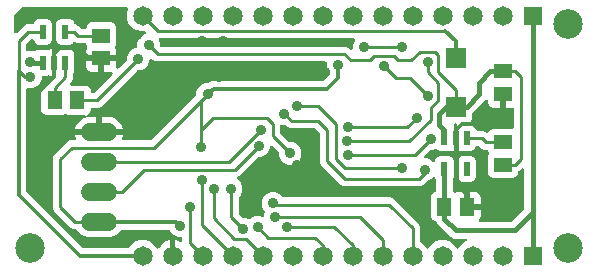
<source format=gbr>
G04 EAGLE Gerber RS-274X export*
G75*
%MOMM*%
%FSLAX34Y34*%
%LPD*%
%INBottom Copper*%
%IPPOS*%
%AMOC8*
5,1,8,0,0,1.08239X$1,22.5*%
G01*
%ADD10C,1.524000*%
%ADD11R,1.650000X1.650000*%
%ADD12C,1.650000*%
%ADD13R,0.550000X1.200000*%
%ADD14R,1.300000X1.500000*%
%ADD15R,1.500000X1.300000*%
%ADD16R,1.700000X1.800000*%
%ADD17C,0.406400*%
%ADD18C,0.900000*%
%ADD19C,0.250000*%
%ADD20C,0.304800*%
%ADD21C,2.500000*%

G36*
X141675Y13417D02*
X141675Y13417D01*
X141800Y13426D01*
X141831Y13437D01*
X141863Y13441D01*
X141980Y13487D01*
X142099Y13528D01*
X142126Y13546D01*
X142156Y13558D01*
X142257Y13632D01*
X142363Y13701D01*
X142384Y13725D01*
X142410Y13744D01*
X142490Y13842D01*
X142574Y13935D01*
X142589Y13964D01*
X142610Y13989D01*
X142662Y14103D01*
X142721Y14215D01*
X142725Y14240D01*
X142742Y14275D01*
X142798Y14586D01*
X142795Y14625D01*
X142799Y14650D01*
X142799Y26501D01*
X143422Y26402D01*
X145417Y25754D01*
X146933Y24982D01*
X147031Y24947D01*
X147125Y24903D01*
X147179Y24894D01*
X147230Y24875D01*
X147334Y24866D01*
X147436Y24847D01*
X147490Y24851D01*
X147544Y24846D01*
X147647Y24863D01*
X147750Y24871D01*
X147802Y24888D01*
X147855Y24897D01*
X147950Y24939D01*
X148049Y24973D01*
X148095Y25003D01*
X148144Y25024D01*
X148226Y25089D01*
X148313Y25146D01*
X148349Y25186D01*
X148392Y25220D01*
X148455Y25303D01*
X148524Y25380D01*
X148550Y25428D01*
X148582Y25471D01*
X148623Y25567D01*
X148671Y25659D01*
X148678Y25700D01*
X148704Y25762D01*
X148749Y26075D01*
X148748Y26087D01*
X148749Y26095D01*
X148749Y28000D01*
X148733Y28125D01*
X148724Y28250D01*
X148713Y28281D01*
X148709Y28313D01*
X148663Y28430D01*
X148622Y28549D01*
X148604Y28576D01*
X148592Y28606D01*
X148518Y28707D01*
X148449Y28813D01*
X148425Y28834D01*
X148406Y28860D01*
X148308Y28940D01*
X148215Y29024D01*
X148186Y29039D01*
X148161Y29060D01*
X148047Y29113D01*
X147936Y29171D01*
X147910Y29175D01*
X147875Y29192D01*
X147564Y29248D01*
X147525Y29245D01*
X147500Y29249D01*
X144860Y29249D01*
X141368Y30696D01*
X138696Y33368D01*
X138184Y34604D01*
X138164Y34638D01*
X138152Y34675D01*
X138086Y34775D01*
X138027Y34878D01*
X138000Y34906D01*
X137978Y34939D01*
X137890Y35019D01*
X137807Y35104D01*
X137774Y35124D01*
X137745Y35150D01*
X137639Y35206D01*
X137537Y35268D01*
X137500Y35279D01*
X137465Y35297D01*
X137401Y35308D01*
X137235Y35358D01*
X137094Y35364D01*
X137030Y35375D01*
X97513Y35375D01*
X97474Y35370D01*
X97435Y35373D01*
X97318Y35350D01*
X97200Y35335D01*
X97163Y35321D01*
X97125Y35313D01*
X97017Y35263D01*
X96907Y35218D01*
X96875Y35195D01*
X96840Y35178D01*
X96748Y35102D01*
X96652Y35032D01*
X96627Y35001D01*
X96597Y34976D01*
X96562Y34921D01*
X96453Y34787D01*
X96450Y34782D01*
X92869Y31201D01*
X88230Y29279D01*
X67970Y29279D01*
X63331Y31201D01*
X59781Y34751D01*
X59728Y34878D01*
X59709Y34912D01*
X59696Y34949D01*
X59631Y35049D01*
X59571Y35152D01*
X59544Y35180D01*
X59523Y35213D01*
X59434Y35293D01*
X59351Y35378D01*
X59318Y35398D01*
X59289Y35424D01*
X59183Y35480D01*
X59081Y35541D01*
X59044Y35553D01*
X59009Y35571D01*
X58945Y35582D01*
X58779Y35632D01*
X58638Y35638D01*
X58574Y35649D01*
X56857Y35649D01*
X54559Y36601D01*
X39701Y51459D01*
X38749Y53757D01*
X38749Y96243D01*
X39701Y98541D01*
X51459Y110299D01*
X53757Y111251D01*
X57677Y111251D01*
X57780Y111264D01*
X57884Y111268D01*
X57936Y111284D01*
X57990Y111291D01*
X58087Y111329D01*
X58186Y111359D01*
X58232Y111387D01*
X58283Y111408D01*
X58367Y111469D01*
X58456Y111523D01*
X58493Y111562D01*
X58537Y111594D01*
X58603Y111675D01*
X58676Y111749D01*
X58702Y111797D01*
X58737Y111839D01*
X58780Y111933D01*
X58832Y112024D01*
X58846Y112076D01*
X58869Y112125D01*
X58887Y112228D01*
X58914Y112328D01*
X58915Y112382D01*
X58925Y112436D01*
X58917Y112539D01*
X58918Y112644D01*
X58906Y112683D01*
X58901Y112750D01*
X58799Y113049D01*
X58792Y113059D01*
X58790Y113067D01*
X58710Y113225D01*
X58092Y115126D01*
X58017Y115601D01*
X76850Y115601D01*
X76975Y115617D01*
X77100Y115626D01*
X77131Y115637D01*
X77163Y115641D01*
X77280Y115687D01*
X77399Y115728D01*
X77426Y115746D01*
X77456Y115758D01*
X77557Y115832D01*
X77663Y115901D01*
X77684Y115925D01*
X77710Y115944D01*
X77790Y116042D01*
X77874Y116135D01*
X77889Y116164D01*
X77910Y116189D01*
X77962Y116303D01*
X78021Y116415D01*
X78025Y116440D01*
X78042Y116475D01*
X78097Y116786D01*
X78095Y116825D01*
X78099Y116850D01*
X78099Y118101D01*
X78101Y118101D01*
X78101Y116850D01*
X78117Y116725D01*
X78126Y116600D01*
X78137Y116569D01*
X78141Y116537D01*
X78187Y116420D01*
X78228Y116301D01*
X78246Y116274D01*
X78258Y116244D01*
X78332Y116143D01*
X78401Y116037D01*
X78425Y116016D01*
X78444Y115990D01*
X78542Y115910D01*
X78635Y115826D01*
X78664Y115811D01*
X78689Y115790D01*
X78803Y115737D01*
X78915Y115679D01*
X78940Y115675D01*
X78975Y115658D01*
X79286Y115602D01*
X79325Y115605D01*
X79350Y115601D01*
X98183Y115601D01*
X98108Y115126D01*
X97490Y113225D01*
X97410Y113067D01*
X97375Y112969D01*
X97331Y112875D01*
X97322Y112821D01*
X97303Y112770D01*
X97294Y112667D01*
X97275Y112564D01*
X97280Y112510D01*
X97275Y112456D01*
X97291Y112353D01*
X97299Y112250D01*
X97317Y112198D01*
X97325Y112145D01*
X97367Y112050D01*
X97401Y111951D01*
X97431Y111906D01*
X97453Y111856D01*
X97517Y111774D01*
X97574Y111687D01*
X97615Y111651D01*
X97648Y111608D01*
X97731Y111545D01*
X97808Y111476D01*
X97856Y111450D01*
X97899Y111418D01*
X97995Y111377D01*
X98088Y111329D01*
X98129Y111322D01*
X98190Y111296D01*
X98503Y111251D01*
X98515Y111252D01*
X98523Y111251D01*
X121893Y111251D01*
X122002Y111265D01*
X122112Y111270D01*
X122158Y111284D01*
X122206Y111291D01*
X122308Y111331D01*
X122413Y111364D01*
X122444Y111386D01*
X122499Y111408D01*
X122754Y111594D01*
X122766Y111609D01*
X122777Y111617D01*
X158692Y147531D01*
X158692Y147532D01*
X160133Y148973D01*
X160201Y149060D01*
X160274Y149142D01*
X160297Y149184D01*
X160327Y149223D01*
X160370Y149324D01*
X160421Y149421D01*
X160428Y149458D01*
X160451Y149513D01*
X160499Y149824D01*
X160497Y149844D01*
X160499Y149857D01*
X160499Y151890D01*
X161946Y155382D01*
X164618Y158054D01*
X168110Y159501D01*
X169756Y159501D01*
X169865Y159515D01*
X169975Y159520D01*
X170021Y159534D01*
X170069Y159541D01*
X170171Y159581D01*
X170276Y159614D01*
X170307Y159636D01*
X170362Y159658D01*
X170616Y159844D01*
X170628Y159859D01*
X170639Y159867D01*
X171304Y160531D01*
X173702Y161525D01*
X268080Y161525D01*
X268189Y161539D01*
X268299Y161544D01*
X268345Y161558D01*
X268393Y161565D01*
X268495Y161605D01*
X268600Y161638D01*
X268631Y161660D01*
X268686Y161682D01*
X268940Y161868D01*
X268952Y161883D01*
X268963Y161891D01*
X273409Y166337D01*
X273477Y166423D01*
X273550Y166505D01*
X273573Y166548D01*
X273603Y166586D01*
X273646Y166687D01*
X273697Y166785D01*
X273704Y166821D01*
X273727Y166876D01*
X273775Y167188D01*
X273773Y167207D01*
X273775Y167220D01*
X273775Y167821D01*
X273761Y167930D01*
X273756Y168040D01*
X273742Y168086D01*
X273735Y168134D01*
X273695Y168236D01*
X273662Y168341D01*
X273640Y168372D01*
X273618Y168427D01*
X273432Y168682D01*
X273417Y168694D01*
X273409Y168705D01*
X272246Y169868D01*
X270799Y173360D01*
X270799Y176650D01*
X270783Y176775D01*
X270774Y176900D01*
X270763Y176931D01*
X270759Y176963D01*
X270713Y177080D01*
X270672Y177199D01*
X270654Y177226D01*
X270642Y177256D01*
X270568Y177357D01*
X270499Y177463D01*
X270475Y177484D01*
X270456Y177510D01*
X270358Y177590D01*
X270265Y177674D01*
X270236Y177689D01*
X270211Y177710D01*
X270097Y177763D01*
X269986Y177821D01*
X269960Y177825D01*
X269925Y177842D01*
X269614Y177898D01*
X269575Y177895D01*
X269550Y177899D01*
X126357Y177899D01*
X124059Y178851D01*
X122883Y180027D01*
X122771Y180113D01*
X122661Y180203D01*
X122647Y180210D01*
X122634Y180220D01*
X122504Y180276D01*
X122375Y180335D01*
X122359Y180338D01*
X122344Y180344D01*
X122203Y180366D01*
X122064Y180391D01*
X122048Y180390D01*
X122032Y180392D01*
X121891Y180378D01*
X121750Y180367D01*
X121734Y180362D01*
X121718Y180361D01*
X121586Y180311D01*
X121451Y180266D01*
X121437Y180257D01*
X121422Y180251D01*
X121307Y180171D01*
X121187Y180092D01*
X121176Y180080D01*
X121163Y180071D01*
X121071Y179964D01*
X120976Y179858D01*
X120968Y179844D01*
X120958Y179832D01*
X120895Y179704D01*
X120829Y179579D01*
X120827Y179566D01*
X120818Y179549D01*
X120754Y179240D01*
X120757Y179180D01*
X120751Y179143D01*
X120751Y178110D01*
X119304Y174618D01*
X116632Y171946D01*
X113140Y170499D01*
X111107Y170499D01*
X110998Y170485D01*
X110888Y170480D01*
X110842Y170466D01*
X110794Y170459D01*
X110692Y170419D01*
X110587Y170386D01*
X110556Y170364D01*
X110501Y170342D01*
X110246Y170156D01*
X110234Y170141D01*
X110223Y170133D01*
X79791Y139701D01*
X77493Y138749D01*
X72250Y138749D01*
X72125Y138733D01*
X72000Y138724D01*
X71969Y138713D01*
X71937Y138709D01*
X71820Y138663D01*
X71701Y138622D01*
X71674Y138604D01*
X71644Y138592D01*
X71543Y138518D01*
X71437Y138449D01*
X71416Y138425D01*
X71390Y138406D01*
X71310Y138308D01*
X71226Y138215D01*
X71211Y138186D01*
X71190Y138161D01*
X71137Y138047D01*
X71079Y137936D01*
X71075Y137910D01*
X71058Y137875D01*
X71002Y137564D01*
X71005Y137525D01*
X71001Y137500D01*
X71001Y136505D01*
X70239Y134667D01*
X68833Y133261D01*
X68568Y133151D01*
X68558Y133145D01*
X68547Y133142D01*
X68421Y133067D01*
X68294Y132994D01*
X68286Y132987D01*
X68276Y132981D01*
X68173Y132877D01*
X68068Y132774D01*
X68062Y132765D01*
X68054Y132757D01*
X67980Y132629D01*
X67904Y132504D01*
X67901Y132494D01*
X67896Y132484D01*
X67856Y132342D01*
X67814Y132202D01*
X67813Y132191D01*
X67810Y132180D01*
X67807Y132033D01*
X67801Y131887D01*
X67804Y131876D01*
X67804Y131865D01*
X67837Y131722D01*
X67869Y131579D01*
X67874Y131569D01*
X67876Y131558D01*
X67944Y131429D01*
X68011Y131297D01*
X68018Y131289D01*
X68023Y131279D01*
X68122Y131171D01*
X68219Y131060D01*
X68228Y131054D01*
X68236Y131046D01*
X68359Y130965D01*
X68480Y130883D01*
X68491Y130879D01*
X68500Y130873D01*
X68639Y130826D01*
X68777Y130777D01*
X68788Y130776D01*
X68799Y130772D01*
X68837Y130771D01*
X69092Y130748D01*
X69166Y130764D01*
X69241Y130763D01*
X69480Y130801D01*
X75601Y130801D01*
X75601Y120599D01*
X58017Y120599D01*
X58092Y121074D01*
X58710Y122975D01*
X59617Y124757D01*
X60792Y126374D01*
X62206Y127788D01*
X63823Y128963D01*
X65605Y129870D01*
X66195Y130062D01*
X66303Y130113D01*
X66415Y130158D01*
X66445Y130180D01*
X66480Y130196D01*
X66572Y130273D01*
X66669Y130344D01*
X66693Y130374D01*
X66722Y130398D01*
X66792Y130496D01*
X66868Y130589D01*
X66884Y130623D01*
X66907Y130654D01*
X66950Y130766D01*
X67000Y130875D01*
X67007Y130913D01*
X67021Y130949D01*
X67035Y131068D01*
X67056Y131186D01*
X67053Y131224D01*
X67058Y131262D01*
X67041Y131381D01*
X67032Y131500D01*
X67020Y131537D01*
X67015Y131574D01*
X66969Y131685D01*
X66931Y131799D01*
X66910Y131831D01*
X66895Y131866D01*
X66823Y131962D01*
X66757Y132063D01*
X66729Y132088D01*
X66706Y132119D01*
X66613Y132194D01*
X66524Y132274D01*
X66490Y132292D01*
X66460Y132316D01*
X66350Y132365D01*
X66244Y132421D01*
X66214Y132426D01*
X66172Y132445D01*
X65861Y132498D01*
X65835Y132495D01*
X65809Y132499D01*
X52005Y132499D01*
X50478Y133132D01*
X50372Y133161D01*
X50269Y133198D01*
X50220Y133202D01*
X50174Y133215D01*
X50064Y133216D01*
X49954Y133226D01*
X49918Y133218D01*
X49858Y133219D01*
X49552Y133144D01*
X49535Y133135D01*
X49522Y133132D01*
X47995Y132499D01*
X33005Y132499D01*
X31167Y133261D01*
X29761Y134667D01*
X28999Y136505D01*
X28999Y153495D01*
X29761Y155333D01*
X31167Y156739D01*
X33005Y157501D01*
X33728Y157501D01*
X33767Y157506D01*
X33806Y157503D01*
X33923Y157526D01*
X34041Y157541D01*
X34078Y157555D01*
X34116Y157562D01*
X34223Y157613D01*
X34334Y157658D01*
X34366Y157681D01*
X34401Y157697D01*
X34492Y157774D01*
X34589Y157844D01*
X34613Y157874D01*
X34643Y157900D01*
X34679Y157955D01*
X34788Y158089D01*
X34847Y158217D01*
X34882Y158272D01*
X35201Y159041D01*
X39947Y163787D01*
X40033Y163899D01*
X40123Y164009D01*
X40130Y164023D01*
X40140Y164036D01*
X40196Y164167D01*
X40255Y164295D01*
X40258Y164311D01*
X40264Y164326D01*
X40286Y164467D01*
X40311Y164606D01*
X40310Y164622D01*
X40312Y164638D01*
X40298Y164779D01*
X40287Y164920D01*
X40282Y164936D01*
X40280Y164952D01*
X40231Y165085D01*
X40186Y165219D01*
X40177Y165233D01*
X40171Y165248D01*
X40090Y165364D01*
X40012Y165483D01*
X40000Y165494D01*
X39991Y165507D01*
X39884Y165599D01*
X39778Y165694D01*
X39764Y165702D01*
X39752Y165712D01*
X39625Y165775D01*
X39499Y165841D01*
X39486Y165843D01*
X39469Y165852D01*
X39160Y165916D01*
X39100Y165913D01*
X39063Y165919D01*
X36750Y165919D01*
X35768Y166115D01*
X35624Y166174D01*
X35518Y166203D01*
X35414Y166240D01*
X35366Y166245D01*
X35319Y166257D01*
X35209Y166259D01*
X35100Y166269D01*
X35063Y166261D01*
X35004Y166261D01*
X34697Y166186D01*
X34680Y166177D01*
X34667Y166174D01*
X34245Y165999D01*
X30750Y165999D01*
X30625Y165983D01*
X30500Y165974D01*
X30469Y165963D01*
X30437Y165959D01*
X30320Y165913D01*
X30201Y165872D01*
X30174Y165854D01*
X30144Y165842D01*
X30043Y165768D01*
X29937Y165699D01*
X29916Y165675D01*
X29890Y165656D01*
X29810Y165558D01*
X29726Y165465D01*
X29711Y165436D01*
X29690Y165411D01*
X29637Y165297D01*
X29579Y165186D01*
X29575Y165160D01*
X29558Y165125D01*
X29502Y164814D01*
X29505Y164775D01*
X29501Y164750D01*
X29501Y163110D01*
X28054Y159618D01*
X25382Y156946D01*
X21890Y155499D01*
X18037Y155499D01*
X17948Y155523D01*
X17893Y155524D01*
X17838Y155534D01*
X17736Y155526D01*
X17632Y155528D01*
X17579Y155514D01*
X17524Y155510D01*
X17426Y155477D01*
X17326Y155453D01*
X17277Y155426D01*
X17225Y155409D01*
X17139Y155352D01*
X17048Y155303D01*
X17008Y155266D01*
X16961Y155235D01*
X16892Y155159D01*
X16817Y155089D01*
X16787Y155042D01*
X16750Y155001D01*
X16702Y154910D01*
X16646Y154823D01*
X16629Y154771D01*
X16603Y154722D01*
X16592Y154658D01*
X16547Y154524D01*
X16536Y154351D01*
X16525Y154286D01*
X16525Y68220D01*
X16539Y68111D01*
X16544Y68001D01*
X16558Y67955D01*
X16565Y67907D01*
X16605Y67805D01*
X16638Y67700D01*
X16660Y67669D01*
X16682Y67614D01*
X16868Y67360D01*
X16883Y67348D01*
X16891Y67337D01*
X63937Y20291D01*
X64023Y20223D01*
X64105Y20150D01*
X64148Y20127D01*
X64186Y20097D01*
X64287Y20054D01*
X64385Y20003D01*
X64421Y19996D01*
X64476Y19973D01*
X64788Y19925D01*
X64807Y19927D01*
X64820Y19925D01*
X102425Y19925D01*
X102464Y19930D01*
X102503Y19927D01*
X102620Y19950D01*
X102738Y19965D01*
X102775Y19979D01*
X102813Y19986D01*
X102921Y20037D01*
X103031Y20082D01*
X103063Y20105D01*
X103098Y20121D01*
X103190Y20198D01*
X103286Y20268D01*
X103311Y20299D01*
X103340Y20324D01*
X103376Y20378D01*
X103485Y20513D01*
X103544Y20641D01*
X103580Y20696D01*
X103667Y20906D01*
X107394Y24633D01*
X112264Y26651D01*
X117536Y26651D01*
X122406Y24633D01*
X126133Y20906D01*
X126455Y20130D01*
X126501Y20049D01*
X126539Y19964D01*
X126579Y19913D01*
X126611Y19856D01*
X126677Y19789D01*
X126734Y19716D01*
X126786Y19677D01*
X126832Y19630D01*
X126911Y19582D01*
X126985Y19525D01*
X127046Y19500D01*
X127101Y19466D01*
X127191Y19440D01*
X127277Y19404D01*
X127341Y19394D01*
X127404Y19376D01*
X127497Y19372D01*
X127589Y19359D01*
X127654Y19366D01*
X127719Y19363D01*
X127810Y19383D01*
X127902Y19394D01*
X127963Y19417D01*
X128027Y19431D01*
X128110Y19473D01*
X128197Y19506D01*
X128251Y19544D01*
X128309Y19573D01*
X128379Y19634D01*
X128455Y19688D01*
X128484Y19727D01*
X128546Y19781D01*
X128720Y20037D01*
X128722Y20041D01*
X128899Y20387D01*
X130132Y22084D01*
X131616Y23568D01*
X133313Y24801D01*
X135183Y25754D01*
X137178Y26402D01*
X137801Y26501D01*
X137801Y14650D01*
X137817Y14525D01*
X137826Y14400D01*
X137837Y14369D01*
X137841Y14337D01*
X137887Y14220D01*
X137928Y14101D01*
X137946Y14074D01*
X137958Y14044D01*
X138032Y13943D01*
X138101Y13837D01*
X138125Y13816D01*
X138144Y13790D01*
X138242Y13710D01*
X138335Y13626D01*
X138364Y13611D01*
X138389Y13590D01*
X138503Y13538D01*
X138615Y13479D01*
X138640Y13475D01*
X138675Y13458D01*
X138986Y13403D01*
X139025Y13405D01*
X139050Y13401D01*
X141550Y13401D01*
X141675Y13417D01*
G37*
G36*
X381694Y19386D02*
X381694Y19386D01*
X381710Y19385D01*
X381849Y19416D01*
X381988Y19442D01*
X382002Y19449D01*
X382018Y19452D01*
X382144Y19516D01*
X382273Y19577D01*
X382285Y19588D01*
X382300Y19595D01*
X382406Y19688D01*
X382515Y19779D01*
X382522Y19790D01*
X382537Y19803D01*
X382714Y20064D01*
X382734Y20120D01*
X382754Y20152D01*
X383067Y20906D01*
X386794Y24633D01*
X389040Y25564D01*
X389102Y25599D01*
X389168Y25626D01*
X389239Y25677D01*
X389314Y25720D01*
X389365Y25770D01*
X389423Y25812D01*
X389478Y25880D01*
X389540Y25941D01*
X389577Y26001D01*
X389622Y26057D01*
X389659Y26136D01*
X389704Y26210D01*
X389724Y26279D01*
X389754Y26343D01*
X389769Y26429D01*
X389795Y26513D01*
X389797Y26584D01*
X389810Y26654D01*
X389803Y26741D01*
X389807Y26828D01*
X389792Y26897D01*
X389786Y26968D01*
X389758Y27051D01*
X389740Y27136D01*
X389707Y27200D01*
X389684Y27267D01*
X389636Y27340D01*
X389597Y27418D01*
X389550Y27471D01*
X389511Y27531D01*
X389446Y27589D01*
X389389Y27655D01*
X389330Y27695D01*
X389277Y27742D01*
X389200Y27783D01*
X389128Y27832D01*
X389061Y27856D01*
X388998Y27889D01*
X388939Y27900D01*
X388831Y27938D01*
X388618Y27957D01*
X388562Y27967D01*
X378601Y27967D01*
X376016Y29038D01*
X364538Y40516D01*
X364036Y41728D01*
X364017Y41762D01*
X364004Y41799D01*
X363938Y41899D01*
X363879Y42002D01*
X363852Y42030D01*
X363831Y42063D01*
X363742Y42143D01*
X363659Y42228D01*
X363626Y42248D01*
X363597Y42274D01*
X363491Y42330D01*
X363389Y42391D01*
X363352Y42403D01*
X363317Y42421D01*
X363253Y42432D01*
X363087Y42482D01*
X363042Y42484D01*
X361167Y43261D01*
X359761Y44667D01*
X358999Y46505D01*
X358999Y63495D01*
X359761Y65333D01*
X361167Y66739D01*
X362696Y67373D01*
X362730Y67392D01*
X362767Y67405D01*
X362867Y67470D01*
X362970Y67529D01*
X362998Y67556D01*
X363031Y67578D01*
X363111Y67666D01*
X363196Y67749D01*
X363216Y67783D01*
X363242Y67812D01*
X363298Y67917D01*
X363359Y68019D01*
X363371Y68057D01*
X363389Y68091D01*
X363400Y68156D01*
X363450Y68321D01*
X363456Y68463D01*
X363467Y68527D01*
X363467Y78022D01*
X363464Y78045D01*
X363466Y78068D01*
X363454Y78123D01*
X363427Y78335D01*
X363385Y78442D01*
X363372Y78500D01*
X362935Y79556D01*
X362908Y79604D01*
X362888Y79656D01*
X362829Y79741D01*
X362778Y79830D01*
X362740Y79869D01*
X362708Y79915D01*
X362630Y79982D01*
X362558Y80056D01*
X362511Y80085D01*
X362469Y80120D01*
X362377Y80166D01*
X362288Y80220D01*
X362235Y80235D01*
X362186Y80260D01*
X362085Y80281D01*
X361986Y80310D01*
X361931Y80312D01*
X361877Y80324D01*
X361774Y80318D01*
X361671Y80322D01*
X361617Y80311D01*
X361562Y80308D01*
X361463Y80277D01*
X361363Y80255D01*
X361313Y80230D01*
X361261Y80214D01*
X361207Y80177D01*
X361081Y80113D01*
X360951Y79999D01*
X360897Y79961D01*
X359132Y78196D01*
X355783Y76809D01*
X355763Y76797D01*
X355741Y76790D01*
X355695Y76758D01*
X355509Y76652D01*
X355427Y76572D01*
X355378Y76538D01*
X354225Y75385D01*
X352291Y73451D01*
X349993Y72499D01*
X285007Y72499D01*
X282709Y73451D01*
X265951Y90209D01*
X264999Y92507D01*
X264999Y116893D01*
X264985Y117002D01*
X264980Y117112D01*
X264966Y117158D01*
X264959Y117206D01*
X264919Y117308D01*
X264886Y117413D01*
X264864Y117444D01*
X264842Y117499D01*
X264656Y117754D01*
X264641Y117766D01*
X264633Y117777D01*
X261527Y120883D01*
X261440Y120951D01*
X261358Y121024D01*
X261316Y121047D01*
X261277Y121077D01*
X261176Y121120D01*
X261079Y121171D01*
X261042Y121178D01*
X260987Y121201D01*
X260676Y121249D01*
X260656Y121247D01*
X260643Y121249D01*
X240007Y121249D01*
X237709Y122201D01*
X236027Y123883D01*
X235940Y123951D01*
X235858Y124024D01*
X235816Y124047D01*
X235777Y124077D01*
X235676Y124120D01*
X235579Y124171D01*
X235542Y124178D01*
X235487Y124201D01*
X235176Y124249D01*
X235156Y124247D01*
X235143Y124249D01*
X233110Y124249D01*
X232978Y124304D01*
X232925Y124318D01*
X232875Y124342D01*
X232773Y124360D01*
X232674Y124387D01*
X232619Y124388D01*
X232564Y124397D01*
X232461Y124390D01*
X232358Y124391D01*
X232305Y124378D01*
X232250Y124374D01*
X232152Y124340D01*
X232052Y124316D01*
X232003Y124290D01*
X231951Y124272D01*
X231865Y124215D01*
X231774Y124166D01*
X231734Y124129D01*
X231687Y124099D01*
X231618Y124022D01*
X231542Y123952D01*
X231513Y123906D01*
X231476Y123865D01*
X231428Y123774D01*
X231372Y123687D01*
X231355Y123634D01*
X231329Y123585D01*
X231318Y123521D01*
X231273Y123387D01*
X231262Y123214D01*
X231251Y123150D01*
X231251Y118107D01*
X231265Y117998D01*
X231270Y117888D01*
X231284Y117842D01*
X231291Y117794D01*
X231331Y117692D01*
X231364Y117587D01*
X231386Y117556D01*
X231408Y117501D01*
X231594Y117246D01*
X231609Y117234D01*
X231617Y117223D01*
X238973Y109867D01*
X239060Y109799D01*
X239142Y109726D01*
X239184Y109703D01*
X239223Y109673D01*
X239324Y109630D01*
X239421Y109579D01*
X239458Y109572D01*
X239513Y109549D01*
X239824Y109501D01*
X239844Y109503D01*
X239857Y109501D01*
X241890Y109501D01*
X245382Y108054D01*
X248054Y105382D01*
X249501Y101890D01*
X249501Y98110D01*
X248054Y94618D01*
X245382Y91946D01*
X241890Y90499D01*
X238110Y90499D01*
X234618Y91946D01*
X231946Y94618D01*
X230499Y98110D01*
X230499Y100143D01*
X230485Y100252D01*
X230480Y100362D01*
X230466Y100408D01*
X230459Y100456D01*
X230419Y100559D01*
X230386Y100663D01*
X230365Y100694D01*
X230342Y100749D01*
X230156Y101004D01*
X230141Y101016D01*
X230133Y101027D01*
X224967Y106193D01*
X224855Y106280D01*
X224745Y106370D01*
X224730Y106376D01*
X224718Y106386D01*
X224587Y106442D01*
X224458Y106502D01*
X224442Y106504D01*
X224428Y106511D01*
X224287Y106532D01*
X224148Y106557D01*
X224132Y106556D01*
X224116Y106559D01*
X223974Y106544D01*
X223833Y106534D01*
X223818Y106528D01*
X223802Y106527D01*
X223669Y106478D01*
X223535Y106432D01*
X223521Y106423D01*
X223506Y106417D01*
X223390Y106337D01*
X223271Y106259D01*
X223260Y106247D01*
X223247Y106237D01*
X223155Y106130D01*
X223059Y106025D01*
X223052Y106010D01*
X223041Y105998D01*
X222979Y105871D01*
X222913Y105745D01*
X222910Y105732D01*
X222902Y105715D01*
X222838Y105406D01*
X222841Y105347D01*
X222834Y105310D01*
X222834Y104777D01*
X221388Y101285D01*
X218715Y98612D01*
X215223Y97166D01*
X213190Y97166D01*
X213081Y97152D01*
X212971Y97146D01*
X212925Y97132D01*
X212877Y97126D01*
X212775Y97085D01*
X212670Y97052D01*
X212639Y97031D01*
X212584Y97009D01*
X212330Y96822D01*
X212318Y96807D01*
X212307Y96800D01*
X196458Y80951D01*
X195210Y80434D01*
X195086Y80363D01*
X194962Y80296D01*
X194950Y80285D01*
X194936Y80277D01*
X194834Y80178D01*
X194730Y80082D01*
X194722Y80068D01*
X194710Y80057D01*
X194636Y79936D01*
X194560Y79816D01*
X194555Y79801D01*
X194546Y79787D01*
X194505Y79651D01*
X194461Y79517D01*
X194460Y79501D01*
X194456Y79485D01*
X194450Y79343D01*
X194441Y79202D01*
X194444Y79186D01*
X194443Y79170D01*
X194474Y79031D01*
X194500Y78892D01*
X194507Y78877D01*
X194511Y78862D01*
X194575Y78734D01*
X194635Y78607D01*
X194646Y78595D01*
X194653Y78580D01*
X194747Y78473D01*
X194837Y78365D01*
X194849Y78357D01*
X194861Y78343D01*
X195122Y78166D01*
X195178Y78146D01*
X195210Y78126D01*
X195382Y78054D01*
X198054Y75382D01*
X199501Y71890D01*
X199501Y68110D01*
X198054Y64618D01*
X196617Y63181D01*
X196549Y63094D01*
X196476Y63012D01*
X196453Y62969D01*
X196423Y62931D01*
X196380Y62830D01*
X196329Y62733D01*
X196322Y62696D01*
X196299Y62641D01*
X196251Y62329D01*
X196253Y62310D01*
X196251Y62297D01*
X196251Y49357D01*
X196265Y49248D01*
X196270Y49138D01*
X196284Y49092D01*
X196291Y49044D01*
X196331Y48942D01*
X196364Y48837D01*
X196386Y48806D01*
X196408Y48751D01*
X196594Y48496D01*
X196609Y48484D01*
X196617Y48473D01*
X198973Y46117D01*
X199060Y46049D01*
X199142Y45976D01*
X199184Y45953D01*
X199223Y45923D01*
X199324Y45880D01*
X199421Y45829D01*
X199458Y45822D01*
X199513Y45799D01*
X199824Y45751D01*
X199844Y45753D01*
X199857Y45751D01*
X201890Y45751D01*
X204955Y44481D01*
X204992Y44471D01*
X205027Y44454D01*
X205144Y44430D01*
X205259Y44398D01*
X205298Y44398D01*
X205336Y44390D01*
X205455Y44396D01*
X205574Y44394D01*
X205612Y44404D01*
X205651Y44405D01*
X205765Y44441D01*
X205881Y44469D01*
X205915Y44488D01*
X205953Y44500D01*
X206006Y44537D01*
X206159Y44619D01*
X206262Y44715D01*
X206316Y44752D01*
X207025Y45461D01*
X210516Y46907D01*
X214296Y46907D01*
X216002Y46200D01*
X216055Y46186D01*
X216105Y46163D01*
X216207Y46145D01*
X216306Y46118D01*
X216362Y46117D01*
X216416Y46107D01*
X216518Y46115D01*
X216622Y46113D01*
X216675Y46127D01*
X216730Y46131D01*
X216828Y46164D01*
X216928Y46189D01*
X216977Y46215D01*
X217029Y46232D01*
X217115Y46289D01*
X217206Y46338D01*
X217246Y46375D01*
X217293Y46406D01*
X217362Y46482D01*
X217438Y46552D01*
X217467Y46599D01*
X217504Y46640D01*
X217552Y46731D01*
X217608Y46818D01*
X217625Y46870D01*
X217651Y46919D01*
X217662Y46983D01*
X217707Y47118D01*
X217718Y47290D01*
X217729Y47355D01*
X217729Y47870D01*
X218637Y50060D01*
X218647Y50098D01*
X218664Y50133D01*
X218688Y50249D01*
X218719Y50365D01*
X218720Y50404D01*
X218728Y50442D01*
X218722Y50561D01*
X218724Y50680D01*
X218714Y50718D01*
X218712Y50757D01*
X218677Y50871D01*
X218648Y50986D01*
X218630Y51021D01*
X218618Y51058D01*
X218581Y51112D01*
X218499Y51264D01*
X218403Y51368D01*
X218366Y51422D01*
X217307Y52480D01*
X215861Y55972D01*
X215861Y59751D01*
X217307Y63243D01*
X219980Y65916D01*
X223472Y67362D01*
X227251Y67362D01*
X230743Y65916D01*
X233431Y63228D01*
X233518Y63161D01*
X233599Y63087D01*
X233642Y63065D01*
X233681Y63035D01*
X233782Y62992D01*
X233879Y62941D01*
X233916Y62934D01*
X233970Y62911D01*
X234282Y62863D01*
X234301Y62865D01*
X234314Y62862D01*
X324632Y62862D01*
X326929Y61911D01*
X348799Y40041D01*
X349751Y37743D01*
X349751Y25988D01*
X349756Y25949D01*
X349753Y25910D01*
X349776Y25793D01*
X349791Y25675D01*
X349805Y25639D01*
X349812Y25600D01*
X349863Y25493D01*
X349908Y25382D01*
X349931Y25351D01*
X349947Y25315D01*
X350024Y25224D01*
X350094Y25128D01*
X350125Y25103D01*
X350150Y25073D01*
X350204Y25038D01*
X350339Y24928D01*
X350467Y24869D01*
X350522Y24834D01*
X351006Y24633D01*
X354733Y20906D01*
X355046Y20152D01*
X355116Y20029D01*
X355183Y19904D01*
X355194Y19892D01*
X355202Y19878D01*
X355302Y19776D01*
X355398Y19672D01*
X355411Y19663D01*
X355423Y19652D01*
X355544Y19578D01*
X355663Y19502D01*
X355679Y19497D01*
X355692Y19488D01*
X355828Y19447D01*
X355963Y19403D01*
X355979Y19402D01*
X355995Y19397D01*
X356137Y19392D01*
X356278Y19383D01*
X356294Y19386D01*
X356310Y19385D01*
X356449Y19416D01*
X356588Y19442D01*
X356602Y19449D01*
X356618Y19452D01*
X356744Y19516D01*
X356873Y19577D01*
X356885Y19588D01*
X356900Y19595D01*
X357006Y19688D01*
X357115Y19779D01*
X357122Y19790D01*
X357137Y19803D01*
X357314Y20064D01*
X357334Y20120D01*
X357354Y20152D01*
X357667Y20906D01*
X361394Y24633D01*
X366264Y26651D01*
X371536Y26651D01*
X376406Y24633D01*
X380133Y20906D01*
X380446Y20152D01*
X380516Y20029D01*
X380583Y19904D01*
X380594Y19892D01*
X380602Y19878D01*
X380702Y19776D01*
X380798Y19672D01*
X380811Y19663D01*
X380823Y19652D01*
X380944Y19578D01*
X381063Y19502D01*
X381079Y19497D01*
X381092Y19488D01*
X381228Y19447D01*
X381363Y19403D01*
X381379Y19402D01*
X381395Y19397D01*
X381537Y19392D01*
X381678Y19383D01*
X381694Y19386D01*
G37*
G36*
X73252Y151265D02*
X73252Y151265D01*
X73362Y151270D01*
X73408Y151284D01*
X73456Y151291D01*
X73558Y151331D01*
X73663Y151364D01*
X73694Y151386D01*
X73749Y151408D01*
X74004Y151594D01*
X74016Y151609D01*
X74027Y151617D01*
X89244Y166834D01*
X89309Y166918D01*
X89381Y166997D01*
X89405Y167042D01*
X89437Y167083D01*
X89479Y167181D01*
X89529Y167275D01*
X89541Y167326D01*
X89562Y167373D01*
X89578Y167479D01*
X89603Y167582D01*
X89602Y167634D01*
X89609Y167685D01*
X89599Y167791D01*
X89597Y167898D01*
X89583Y167948D01*
X89578Y167999D01*
X89541Y168099D01*
X89512Y168202D01*
X89486Y168246D01*
X89468Y168295D01*
X89407Y168382D01*
X89354Y168475D01*
X89318Y168511D01*
X89288Y168554D01*
X89207Y168623D01*
X89133Y168699D01*
X89088Y168726D01*
X89049Y168760D01*
X88953Y168807D01*
X88862Y168861D01*
X88812Y168876D01*
X88766Y168899D01*
X88661Y168920D01*
X88559Y168951D01*
X88519Y168950D01*
X88457Y168963D01*
X88142Y168947D01*
X88127Y168943D01*
X88117Y168942D01*
X88000Y168919D01*
X82499Y168919D01*
X82499Y178001D01*
X92581Y178001D01*
X92581Y173500D01*
X92558Y173383D01*
X92550Y173277D01*
X92534Y173172D01*
X92539Y173120D01*
X92536Y173068D01*
X92555Y172964D01*
X92566Y172858D01*
X92584Y172809D01*
X92593Y172758D01*
X92638Y172662D01*
X92675Y172562D01*
X92705Y172519D01*
X92727Y172472D01*
X92794Y172390D01*
X92855Y172303D01*
X92894Y172269D01*
X92927Y172229D01*
X93014Y172166D01*
X93094Y172097D01*
X93141Y172074D01*
X93183Y172044D01*
X93282Y172005D01*
X93378Y171958D01*
X93428Y171947D01*
X93476Y171928D01*
X93582Y171915D01*
X93687Y171894D01*
X93738Y171896D01*
X93790Y171890D01*
X93895Y171904D01*
X94002Y171909D01*
X94051Y171925D01*
X94102Y171932D01*
X94201Y171972D01*
X94303Y172004D01*
X94335Y172026D01*
X94395Y172050D01*
X94648Y172238D01*
X94658Y172250D01*
X94666Y172256D01*
X101383Y178973D01*
X101451Y179060D01*
X101524Y179142D01*
X101547Y179184D01*
X101577Y179223D01*
X101620Y179324D01*
X101671Y179421D01*
X101678Y179458D01*
X101701Y179513D01*
X101749Y179824D01*
X101747Y179844D01*
X101749Y179857D01*
X101749Y181890D01*
X103196Y185382D01*
X105868Y188054D01*
X109404Y189519D01*
X109500Y189526D01*
X109531Y189537D01*
X109563Y189541D01*
X109680Y189587D01*
X109799Y189628D01*
X109826Y189646D01*
X109856Y189658D01*
X109957Y189732D01*
X110063Y189801D01*
X110084Y189825D01*
X110110Y189844D01*
X110190Y189942D01*
X110274Y190035D01*
X110289Y190064D01*
X110310Y190089D01*
X110363Y190203D01*
X110421Y190314D01*
X110425Y190340D01*
X110442Y190375D01*
X110498Y190686D01*
X110495Y190717D01*
X110498Y190730D01*
X110497Y190738D01*
X110499Y190750D01*
X110499Y193640D01*
X111946Y197132D01*
X114618Y199804D01*
X117374Y200946D01*
X117436Y200981D01*
X117502Y201008D01*
X117572Y201059D01*
X117648Y201102D01*
X117699Y201152D01*
X117756Y201194D01*
X117812Y201262D01*
X117874Y201323D01*
X117911Y201383D01*
X117956Y201439D01*
X117992Y201518D01*
X118038Y201592D01*
X118058Y201661D01*
X118088Y201725D01*
X118103Y201811D01*
X118128Y201895D01*
X118131Y201966D01*
X118144Y202036D01*
X118137Y202123D01*
X118141Y202210D01*
X118125Y202279D01*
X118120Y202350D01*
X118092Y202433D01*
X118073Y202518D01*
X118041Y202582D01*
X118018Y202649D01*
X117970Y202722D01*
X117931Y202800D01*
X117884Y202853D01*
X117845Y202913D01*
X117780Y202971D01*
X117723Y203037D01*
X117664Y203077D01*
X117611Y203124D01*
X117534Y203165D01*
X117462Y203214D01*
X117395Y203238D01*
X117332Y203271D01*
X117272Y203282D01*
X117165Y203320D01*
X116951Y203339D01*
X116896Y203349D01*
X112264Y203349D01*
X107394Y205367D01*
X103667Y209094D01*
X101649Y213964D01*
X101649Y219236D01*
X102795Y222002D01*
X102810Y222055D01*
X102833Y222105D01*
X102851Y222207D01*
X102878Y222306D01*
X102879Y222362D01*
X102889Y222416D01*
X102881Y222519D01*
X102882Y222622D01*
X102869Y222675D01*
X102865Y222730D01*
X102832Y222828D01*
X102807Y222928D01*
X102781Y222977D01*
X102763Y223029D01*
X102706Y223115D01*
X102658Y223206D01*
X102620Y223247D01*
X102590Y223293D01*
X102513Y223362D01*
X102443Y223438D01*
X102397Y223467D01*
X102356Y223504D01*
X102264Y223552D01*
X102178Y223608D01*
X102125Y223625D01*
X102076Y223651D01*
X102012Y223662D01*
X101878Y223707D01*
X101705Y223718D01*
X101641Y223729D01*
X13115Y223729D01*
X13006Y223715D01*
X12896Y223710D01*
X12850Y223696D01*
X12802Y223689D01*
X12700Y223649D01*
X12595Y223616D01*
X12564Y223594D01*
X12509Y223572D01*
X12255Y223386D01*
X12242Y223371D01*
X12232Y223363D01*
X6637Y217768D01*
X6569Y217682D01*
X6496Y217600D01*
X6473Y217557D01*
X6443Y217519D01*
X6400Y217418D01*
X6349Y217321D01*
X6342Y217284D01*
X6319Y217229D01*
X6271Y216917D01*
X6273Y216898D01*
X6271Y216885D01*
X6271Y203127D01*
X6289Y202986D01*
X6303Y202845D01*
X6309Y202830D01*
X6311Y202814D01*
X6363Y202682D01*
X6412Y202549D01*
X6422Y202536D01*
X6428Y202521D01*
X6512Y202406D01*
X6592Y202290D01*
X6605Y202279D01*
X6614Y202266D01*
X6724Y202176D01*
X6832Y202084D01*
X6846Y202077D01*
X6859Y202067D01*
X6988Y202007D01*
X7115Y201945D01*
X7131Y201942D01*
X7145Y201935D01*
X7285Y201910D01*
X7424Y201881D01*
X7440Y201882D01*
X7456Y201879D01*
X7597Y201890D01*
X7739Y201897D01*
X7754Y201901D01*
X7770Y201903D01*
X7905Y201949D01*
X8040Y201991D01*
X8051Y201998D01*
X8069Y202004D01*
X8333Y202178D01*
X8373Y202222D01*
X8403Y202243D01*
X12525Y206365D01*
X14459Y208299D01*
X16757Y209251D01*
X21606Y209251D01*
X21645Y209256D01*
X21684Y209253D01*
X21801Y209276D01*
X21919Y209291D01*
X21956Y209305D01*
X21994Y209312D01*
X22102Y209363D01*
X22212Y209408D01*
X22244Y209431D01*
X22279Y209447D01*
X22371Y209524D01*
X22467Y209594D01*
X22491Y209624D01*
X22521Y209650D01*
X22557Y209705D01*
X22666Y209839D01*
X22725Y209967D01*
X22761Y210022D01*
X23511Y211833D01*
X24917Y213239D01*
X26755Y214001D01*
X34245Y214001D01*
X36083Y213239D01*
X37489Y211833D01*
X38251Y209995D01*
X38251Y196005D01*
X37489Y194167D01*
X36083Y192761D01*
X34245Y191999D01*
X26755Y191999D01*
X24917Y192761D01*
X23511Y194167D01*
X22761Y195978D01*
X22741Y196012D01*
X22729Y196049D01*
X22663Y196149D01*
X22604Y196252D01*
X22577Y196280D01*
X22555Y196313D01*
X22467Y196393D01*
X22384Y196478D01*
X22350Y196498D01*
X22321Y196524D01*
X22216Y196580D01*
X22114Y196641D01*
X22077Y196653D01*
X22042Y196671D01*
X21978Y196682D01*
X21812Y196732D01*
X21671Y196738D01*
X21606Y196749D01*
X21107Y196749D01*
X20998Y196735D01*
X20888Y196730D01*
X20842Y196716D01*
X20794Y196709D01*
X20692Y196669D01*
X20587Y196636D01*
X20556Y196614D01*
X20501Y196592D01*
X20246Y196406D01*
X20234Y196391D01*
X20223Y196383D01*
X16617Y192777D01*
X16549Y192690D01*
X16476Y192608D01*
X16453Y192566D01*
X16423Y192527D01*
X16380Y192426D01*
X16329Y192329D01*
X16322Y192292D01*
X16299Y192237D01*
X16251Y191926D01*
X16253Y191906D01*
X16251Y191893D01*
X16251Y188100D01*
X16258Y188045D01*
X16256Y187990D01*
X16278Y187889D01*
X16291Y187787D01*
X16311Y187736D01*
X16323Y187682D01*
X16369Y187590D01*
X16408Y187494D01*
X16440Y187450D01*
X16465Y187400D01*
X16533Y187323D01*
X16594Y187240D01*
X16637Y187205D01*
X16673Y187163D01*
X16759Y187106D01*
X16839Y187040D01*
X16889Y187017D01*
X16934Y186986D01*
X17031Y186952D01*
X17125Y186908D01*
X17180Y186899D01*
X17232Y186880D01*
X17334Y186871D01*
X17436Y186853D01*
X17491Y186857D01*
X17546Y186852D01*
X17610Y186866D01*
X17750Y186876D01*
X17914Y186932D01*
X17978Y186946D01*
X18110Y187001D01*
X21890Y187001D01*
X23091Y186503D01*
X23128Y186493D01*
X23163Y186476D01*
X23280Y186452D01*
X23395Y186420D01*
X23434Y186420D01*
X23472Y186412D01*
X23591Y186418D01*
X23710Y186416D01*
X23748Y186426D01*
X23788Y186428D01*
X23901Y186463D01*
X24017Y186491D01*
X24051Y186510D01*
X24089Y186522D01*
X24142Y186559D01*
X24295Y186641D01*
X24398Y186737D01*
X24452Y186774D01*
X24917Y187239D01*
X26755Y188001D01*
X34245Y188001D01*
X34667Y187826D01*
X34774Y187797D01*
X34877Y187760D01*
X34925Y187755D01*
X34972Y187743D01*
X35082Y187741D01*
X35191Y187731D01*
X35228Y187739D01*
X35287Y187739D01*
X35594Y187814D01*
X35611Y187823D01*
X35624Y187826D01*
X35768Y187885D01*
X36750Y188081D01*
X38626Y188081D01*
X38626Y177125D01*
X38642Y177000D01*
X38651Y176875D01*
X38661Y176844D01*
X38666Y176812D01*
X38712Y176696D01*
X38753Y176576D01*
X38771Y176549D01*
X38783Y176519D01*
X38857Y176418D01*
X38926Y176313D01*
X38950Y176291D01*
X38969Y176265D01*
X39067Y176185D01*
X39160Y176101D01*
X39189Y176086D01*
X39214Y176065D01*
X39328Y176013D01*
X39439Y175954D01*
X39465Y175950D01*
X39500Y175933D01*
X39811Y175878D01*
X39850Y175881D01*
X39875Y175876D01*
X40125Y175876D01*
X40250Y175892D01*
X40375Y175901D01*
X40406Y175912D01*
X40438Y175916D01*
X40555Y175962D01*
X40674Y176003D01*
X40701Y176021D01*
X40731Y176033D01*
X40832Y176107D01*
X40938Y176176D01*
X40959Y176200D01*
X40985Y176219D01*
X41065Y176317D01*
X41149Y176410D01*
X41164Y176439D01*
X41185Y176464D01*
X41238Y176578D01*
X41296Y176690D01*
X41300Y176715D01*
X41317Y176750D01*
X41373Y177061D01*
X41370Y177100D01*
X41374Y177125D01*
X41374Y188081D01*
X43250Y188081D01*
X44232Y187885D01*
X44376Y187826D01*
X44482Y187797D01*
X44586Y187760D01*
X44634Y187755D01*
X44681Y187743D01*
X44791Y187741D01*
X44900Y187731D01*
X44937Y187739D01*
X44996Y187739D01*
X45303Y187814D01*
X45320Y187823D01*
X45333Y187826D01*
X45755Y188001D01*
X53245Y188001D01*
X55083Y187239D01*
X56489Y185833D01*
X57251Y183995D01*
X57251Y170005D01*
X56489Y168167D01*
X56117Y167795D01*
X56049Y167708D01*
X55976Y167626D01*
X55953Y167583D01*
X55923Y167545D01*
X55880Y167444D01*
X55829Y167347D01*
X55822Y167310D01*
X55799Y167255D01*
X55751Y166943D01*
X55753Y166924D01*
X55751Y166911D01*
X55751Y163257D01*
X54799Y160959D01*
X53473Y159633D01*
X53387Y159521D01*
X53297Y159411D01*
X53290Y159397D01*
X53280Y159384D01*
X53224Y159254D01*
X53165Y159125D01*
X53162Y159109D01*
X53156Y159094D01*
X53134Y158953D01*
X53109Y158814D01*
X53110Y158798D01*
X53108Y158782D01*
X53122Y158641D01*
X53133Y158500D01*
X53138Y158484D01*
X53139Y158468D01*
X53189Y158336D01*
X53234Y158201D01*
X53243Y158187D01*
X53249Y158172D01*
X53329Y158057D01*
X53408Y157937D01*
X53420Y157926D01*
X53429Y157913D01*
X53536Y157821D01*
X53642Y157726D01*
X53656Y157718D01*
X53668Y157708D01*
X53796Y157645D01*
X53921Y157579D01*
X53934Y157577D01*
X53951Y157568D01*
X54260Y157504D01*
X54320Y157507D01*
X54357Y157501D01*
X66995Y157501D01*
X68833Y156739D01*
X70239Y155333D01*
X71001Y153495D01*
X71001Y152500D01*
X71017Y152375D01*
X71026Y152250D01*
X71037Y152219D01*
X71041Y152187D01*
X71087Y152070D01*
X71128Y151951D01*
X71146Y151924D01*
X71158Y151894D01*
X71232Y151793D01*
X71301Y151687D01*
X71325Y151666D01*
X71344Y151640D01*
X71442Y151560D01*
X71535Y151476D01*
X71564Y151461D01*
X71589Y151440D01*
X71703Y151387D01*
X71814Y151329D01*
X71840Y151325D01*
X71875Y151308D01*
X72186Y151252D01*
X72225Y151255D01*
X72250Y151251D01*
X73143Y151251D01*
X73252Y151265D01*
G37*
G36*
X426678Y42047D02*
X426678Y42047D01*
X426788Y42052D01*
X426835Y42066D01*
X426882Y42073D01*
X426985Y42113D01*
X427089Y42146D01*
X427120Y42168D01*
X427175Y42190D01*
X427430Y42376D01*
X427442Y42391D01*
X427453Y42399D01*
X437701Y52647D01*
X437769Y52734D01*
X437842Y52816D01*
X437865Y52858D01*
X437895Y52897D01*
X437938Y52998D01*
X437989Y53095D01*
X437996Y53132D01*
X438019Y53187D01*
X438067Y53498D01*
X438065Y53518D01*
X438067Y53531D01*
X438067Y86211D01*
X438049Y86352D01*
X438035Y86493D01*
X438029Y86508D01*
X438027Y86524D01*
X437975Y86656D01*
X437926Y86789D01*
X437916Y86802D01*
X437910Y86817D01*
X437827Y86932D01*
X437746Y87048D01*
X437733Y87059D01*
X437724Y87072D01*
X437614Y87162D01*
X437506Y87254D01*
X437492Y87261D01*
X437479Y87271D01*
X437350Y87331D01*
X437223Y87393D01*
X437207Y87396D01*
X437193Y87403D01*
X437053Y87428D01*
X436914Y87457D01*
X436898Y87456D01*
X436882Y87459D01*
X436741Y87448D01*
X436599Y87441D01*
X436584Y87437D01*
X436568Y87435D01*
X436433Y87389D01*
X436298Y87347D01*
X436287Y87340D01*
X436269Y87334D01*
X436005Y87160D01*
X435965Y87116D01*
X435935Y87095D01*
X434041Y85201D01*
X433272Y84882D01*
X433238Y84863D01*
X433201Y84850D01*
X433101Y84785D01*
X432998Y84726D01*
X432970Y84699D01*
X432937Y84677D01*
X432857Y84589D01*
X432772Y84506D01*
X432752Y84472D01*
X432726Y84443D01*
X432670Y84338D01*
X432609Y84236D01*
X432597Y84198D01*
X432579Y84164D01*
X432568Y84099D01*
X432518Y83934D01*
X432512Y83792D01*
X432501Y83728D01*
X432501Y83005D01*
X431739Y81167D01*
X430333Y79761D01*
X428495Y78999D01*
X411505Y78999D01*
X409667Y79761D01*
X408261Y81167D01*
X407499Y83005D01*
X407499Y97995D01*
X408132Y99522D01*
X408161Y99628D01*
X408198Y99731D01*
X408202Y99780D01*
X408215Y99826D01*
X408216Y99936D01*
X408226Y100046D01*
X408218Y100082D01*
X408219Y100142D01*
X408144Y100448D01*
X408135Y100465D01*
X408132Y100478D01*
X407498Y102008D01*
X407483Y102125D01*
X407474Y102250D01*
X407463Y102281D01*
X407459Y102313D01*
X407413Y102430D01*
X407372Y102549D01*
X407354Y102576D01*
X407342Y102606D01*
X407268Y102707D01*
X407199Y102813D01*
X407175Y102834D01*
X407156Y102860D01*
X407058Y102940D01*
X406965Y103024D01*
X406936Y103039D01*
X406911Y103060D01*
X406797Y103113D01*
X406686Y103171D01*
X406660Y103175D01*
X406625Y103192D01*
X406314Y103248D01*
X406275Y103245D01*
X406250Y103249D01*
X404257Y103249D01*
X401959Y104201D01*
X399776Y106384D01*
X399689Y106452D01*
X399607Y106525D01*
X399565Y106548D01*
X399526Y106578D01*
X399425Y106621D01*
X399328Y106672D01*
X399291Y106679D01*
X399236Y106702D01*
X398925Y106750D01*
X398905Y106748D01*
X398892Y106750D01*
X398394Y106750D01*
X398355Y106745D01*
X398316Y106748D01*
X398199Y106725D01*
X398081Y106710D01*
X398044Y106696D01*
X398006Y106689D01*
X397898Y106638D01*
X397788Y106593D01*
X397756Y106570D01*
X397721Y106554D01*
X397629Y106477D01*
X397533Y106407D01*
X397509Y106377D01*
X397479Y106351D01*
X397443Y106296D01*
X397334Y106162D01*
X397275Y106034D01*
X397239Y105979D01*
X396489Y104168D01*
X395083Y102762D01*
X393245Y102000D01*
X385755Y102000D01*
X385333Y102175D01*
X385226Y102204D01*
X385123Y102241D01*
X385075Y102246D01*
X385028Y102258D01*
X384918Y102260D01*
X384809Y102270D01*
X384772Y102262D01*
X384713Y102262D01*
X384406Y102187D01*
X384389Y102178D01*
X384376Y102175D01*
X384232Y102116D01*
X383250Y101920D01*
X381374Y101920D01*
X381374Y112876D01*
X381360Y112990D01*
X381373Y113062D01*
X381370Y113101D01*
X381374Y113126D01*
X381374Y124250D01*
X381358Y124375D01*
X381349Y124500D01*
X381338Y124531D01*
X381334Y124563D01*
X381288Y124680D01*
X381247Y124799D01*
X381229Y124826D01*
X381217Y124856D01*
X381143Y124957D01*
X381074Y125063D01*
X381050Y125084D01*
X381031Y125110D01*
X380933Y125190D01*
X380840Y125274D01*
X380811Y125289D01*
X380786Y125310D01*
X380672Y125363D01*
X380561Y125421D01*
X380535Y125425D01*
X380500Y125442D01*
X380189Y125498D01*
X380150Y125495D01*
X380125Y125499D01*
X379875Y125499D01*
X379750Y125483D01*
X379625Y125474D01*
X379594Y125463D01*
X379562Y125459D01*
X379445Y125413D01*
X379326Y125372D01*
X379299Y125354D01*
X379269Y125342D01*
X379168Y125268D01*
X379062Y125199D01*
X379041Y125175D01*
X379015Y125156D01*
X378935Y125058D01*
X378851Y124965D01*
X378836Y124936D01*
X378815Y124911D01*
X378762Y124797D01*
X378704Y124686D01*
X378700Y124660D01*
X378683Y124625D01*
X378627Y124314D01*
X378630Y124275D01*
X378626Y124250D01*
X378626Y113126D01*
X378640Y113012D01*
X378627Y112940D01*
X378630Y112901D01*
X378626Y112876D01*
X378626Y101920D01*
X376750Y101920D01*
X375768Y102116D01*
X375624Y102175D01*
X375518Y102204D01*
X375414Y102241D01*
X375366Y102246D01*
X375319Y102258D01*
X375209Y102260D01*
X375100Y102270D01*
X375063Y102262D01*
X375004Y102262D01*
X374697Y102187D01*
X374680Y102178D01*
X374667Y102175D01*
X374245Y102000D01*
X366755Y102000D01*
X364917Y102762D01*
X364160Y103519D01*
X364129Y103543D01*
X364103Y103572D01*
X364005Y103639D01*
X363910Y103712D01*
X363874Y103728D01*
X363842Y103750D01*
X363730Y103790D01*
X363621Y103837D01*
X363582Y103843D01*
X363545Y103856D01*
X363427Y103866D01*
X363309Y103885D01*
X363270Y103881D01*
X363231Y103884D01*
X363167Y103870D01*
X362995Y103853D01*
X362862Y103804D01*
X362798Y103790D01*
X360890Y102999D01*
X358857Y102999D01*
X358748Y102985D01*
X358638Y102980D01*
X358592Y102966D01*
X358544Y102959D01*
X358441Y102919D01*
X358337Y102886D01*
X358306Y102865D01*
X358251Y102842D01*
X357996Y102656D01*
X357984Y102641D01*
X357973Y102633D01*
X353223Y97883D01*
X353137Y97771D01*
X353047Y97661D01*
X353040Y97647D01*
X353030Y97634D01*
X352974Y97503D01*
X352915Y97375D01*
X352912Y97359D01*
X352906Y97344D01*
X352884Y97203D01*
X352859Y97064D01*
X352860Y97048D01*
X352858Y97032D01*
X352872Y96891D01*
X352883Y96750D01*
X352888Y96734D01*
X352889Y96718D01*
X352939Y96585D01*
X352984Y96451D01*
X352993Y96437D01*
X352999Y96422D01*
X353080Y96306D01*
X353158Y96187D01*
X353170Y96176D01*
X353179Y96163D01*
X353286Y96071D01*
X353392Y95976D01*
X353406Y95968D01*
X353418Y95958D01*
X353545Y95895D01*
X353671Y95829D01*
X353684Y95827D01*
X353701Y95818D01*
X354010Y95754D01*
X354070Y95757D01*
X354107Y95751D01*
X355640Y95751D01*
X359132Y94304D01*
X360617Y92819D01*
X360729Y92733D01*
X360839Y92643D01*
X360853Y92636D01*
X360866Y92626D01*
X360996Y92571D01*
X361125Y92511D01*
X361141Y92508D01*
X361156Y92502D01*
X361297Y92480D01*
X361436Y92455D01*
X361452Y92456D01*
X361468Y92454D01*
X361609Y92468D01*
X361750Y92479D01*
X361766Y92484D01*
X361782Y92486D01*
X361914Y92535D01*
X362049Y92581D01*
X362063Y92590D01*
X362078Y92595D01*
X362193Y92676D01*
X362313Y92754D01*
X362324Y92766D01*
X362337Y92775D01*
X362429Y92882D01*
X362524Y92988D01*
X362532Y93002D01*
X362542Y93014D01*
X362605Y93142D01*
X362671Y93267D01*
X362673Y93280D01*
X362682Y93297D01*
X362746Y93606D01*
X362743Y93666D01*
X362749Y93703D01*
X362749Y93994D01*
X363511Y95832D01*
X364917Y97238D01*
X366755Y98000D01*
X374245Y98000D01*
X376083Y97238D01*
X377489Y95832D01*
X378251Y93994D01*
X378251Y80004D01*
X377628Y78500D01*
X377622Y78478D01*
X377611Y78458D01*
X377601Y78403D01*
X377545Y78196D01*
X377543Y78082D01*
X377533Y78022D01*
X377533Y68527D01*
X377538Y68488D01*
X377535Y68449D01*
X377558Y68332D01*
X377573Y68214D01*
X377587Y68177D01*
X377594Y68139D01*
X377645Y68032D01*
X377690Y67921D01*
X377713Y67889D01*
X377729Y67854D01*
X377806Y67763D01*
X377876Y67666D01*
X377906Y67642D01*
X377932Y67612D01*
X377987Y67576D01*
X378121Y67467D01*
X378249Y67408D01*
X378304Y67373D01*
X379442Y66901D01*
X379514Y66881D01*
X379583Y66852D01*
X379666Y66840D01*
X379747Y66818D01*
X379821Y66817D01*
X379895Y66806D01*
X379978Y66815D01*
X380062Y66814D01*
X380135Y66832D01*
X380209Y66840D01*
X380263Y66863D01*
X380369Y66889D01*
X380532Y66977D01*
X381518Y67385D01*
X382500Y67581D01*
X387001Y67581D01*
X387001Y56250D01*
X387017Y56125D01*
X387026Y56000D01*
X387037Y55969D01*
X387041Y55937D01*
X387087Y55820D01*
X387128Y55701D01*
X387146Y55674D01*
X387158Y55644D01*
X387232Y55543D01*
X387301Y55437D01*
X387325Y55416D01*
X387344Y55390D01*
X387442Y55310D01*
X387535Y55226D01*
X387564Y55211D01*
X387589Y55190D01*
X387703Y55138D01*
X387815Y55079D01*
X387840Y55075D01*
X387875Y55058D01*
X388186Y55003D01*
X388225Y55005D01*
X388250Y55001D01*
X389501Y55001D01*
X389501Y53750D01*
X389517Y53625D01*
X389526Y53500D01*
X389537Y53469D01*
X389541Y53437D01*
X389587Y53320D01*
X389628Y53201D01*
X389646Y53174D01*
X389658Y53144D01*
X389732Y53043D01*
X389801Y52937D01*
X389825Y52916D01*
X389844Y52890D01*
X389942Y52810D01*
X390035Y52726D01*
X390064Y52711D01*
X390089Y52690D01*
X390203Y52638D01*
X390315Y52579D01*
X390340Y52575D01*
X390375Y52558D01*
X390686Y52502D01*
X390725Y52505D01*
X390750Y52501D01*
X401081Y52501D01*
X401081Y47000D01*
X400885Y46018D01*
X400502Y45093D01*
X399947Y44261D01*
X399851Y44165D01*
X399764Y44053D01*
X399674Y43943D01*
X399667Y43929D01*
X399657Y43916D01*
X399602Y43786D01*
X399542Y43657D01*
X399539Y43641D01*
X399533Y43626D01*
X399511Y43486D01*
X399486Y43346D01*
X399488Y43330D01*
X399485Y43314D01*
X399499Y43173D01*
X399510Y43032D01*
X399515Y43016D01*
X399517Y43000D01*
X399566Y42868D01*
X399612Y42733D01*
X399621Y42719D01*
X399626Y42704D01*
X399707Y42589D01*
X399785Y42469D01*
X399797Y42458D01*
X399806Y42445D01*
X399913Y42353D01*
X400019Y42258D01*
X400033Y42250D01*
X400045Y42240D01*
X400172Y42177D01*
X400298Y42111D01*
X400311Y42109D01*
X400329Y42100D01*
X400638Y42036D01*
X400697Y42039D01*
X400734Y42033D01*
X426569Y42033D01*
X426678Y42047D01*
G37*
G36*
X291859Y187622D02*
X291859Y187622D01*
X292000Y187633D01*
X292016Y187638D01*
X292032Y187639D01*
X292164Y187689D01*
X292299Y187734D01*
X292313Y187743D01*
X292328Y187749D01*
X292443Y187829D01*
X292563Y187908D01*
X292574Y187920D01*
X292587Y187929D01*
X292679Y188036D01*
X292774Y188142D01*
X292782Y188156D01*
X292792Y188168D01*
X292855Y188295D01*
X292921Y188421D01*
X292923Y188434D01*
X292932Y188451D01*
X292996Y188760D01*
X292993Y188820D01*
X292999Y188857D01*
X292999Y191890D01*
X294450Y195391D01*
X294517Y195479D01*
X294607Y195589D01*
X294614Y195603D01*
X294624Y195616D01*
X294680Y195746D01*
X294739Y195875D01*
X294742Y195891D01*
X294748Y195906D01*
X294770Y196047D01*
X294795Y196186D01*
X294794Y196202D01*
X294796Y196218D01*
X294782Y196359D01*
X294771Y196500D01*
X294766Y196516D01*
X294764Y196532D01*
X294715Y196665D01*
X294669Y196799D01*
X294661Y196813D01*
X294655Y196828D01*
X294574Y196944D01*
X294496Y197063D01*
X294484Y197073D01*
X294475Y197087D01*
X294368Y197179D01*
X294262Y197274D01*
X294248Y197282D01*
X294236Y197292D01*
X294109Y197355D01*
X293983Y197421D01*
X293970Y197423D01*
X293953Y197432D01*
X293644Y197496D01*
X293584Y197493D01*
X293547Y197499D01*
X129772Y197499D01*
X129717Y197492D01*
X129662Y197494D01*
X129561Y197472D01*
X129459Y197459D01*
X129408Y197439D01*
X129354Y197427D01*
X129262Y197381D01*
X129166Y197342D01*
X129121Y197310D01*
X129072Y197285D01*
X128995Y197217D01*
X128911Y197156D01*
X128877Y197113D01*
X128835Y197077D01*
X128777Y196991D01*
X128712Y196911D01*
X128689Y196861D01*
X128658Y196816D01*
X128623Y196719D01*
X128580Y196625D01*
X128570Y196570D01*
X128552Y196519D01*
X128542Y196416D01*
X128524Y196314D01*
X128528Y196259D01*
X128523Y196204D01*
X128537Y196141D01*
X128548Y196000D01*
X128604Y195836D01*
X128618Y195772D01*
X129501Y193640D01*
X129501Y191650D01*
X129517Y191525D01*
X129526Y191400D01*
X129537Y191369D01*
X129541Y191337D01*
X129587Y191220D01*
X129628Y191101D01*
X129646Y191074D01*
X129658Y191044D01*
X129732Y190943D01*
X129801Y190837D01*
X129825Y190816D01*
X129844Y190790D01*
X129942Y190710D01*
X130035Y190626D01*
X130064Y190611D01*
X130089Y190590D01*
X130203Y190537D01*
X130314Y190479D01*
X130340Y190475D01*
X130375Y190458D01*
X130686Y190402D01*
X130725Y190405D01*
X130750Y190401D01*
X287093Y190401D01*
X289391Y189449D01*
X290867Y187973D01*
X290979Y187887D01*
X291089Y187797D01*
X291103Y187790D01*
X291116Y187780D01*
X291246Y187724D01*
X291375Y187665D01*
X291391Y187662D01*
X291406Y187656D01*
X291547Y187634D01*
X291686Y187609D01*
X291702Y187610D01*
X291718Y187608D01*
X291859Y187622D01*
G37*
%LPC*%
G36*
X79999Y180499D02*
X79999Y180499D01*
X79999Y181750D01*
X79983Y181875D01*
X79974Y182000D01*
X79963Y182031D01*
X79959Y182063D01*
X79913Y182180D01*
X79872Y182299D01*
X79854Y182326D01*
X79842Y182356D01*
X79768Y182457D01*
X79699Y182563D01*
X79675Y182584D01*
X79656Y182610D01*
X79558Y182690D01*
X79465Y182774D01*
X79436Y182789D01*
X79411Y182810D01*
X79297Y182862D01*
X79185Y182921D01*
X79160Y182925D01*
X79125Y182942D01*
X78814Y182998D01*
X78775Y182995D01*
X78750Y182999D01*
X67419Y182999D01*
X67419Y187500D01*
X67615Y188482D01*
X68015Y189449D01*
X68017Y189452D01*
X68059Y189514D01*
X68087Y189593D01*
X68124Y189668D01*
X68140Y189741D01*
X68165Y189811D01*
X68172Y189895D01*
X68190Y189976D01*
X68186Y190051D01*
X68193Y190125D01*
X68181Y190183D01*
X68176Y190292D01*
X68110Y190507D01*
X68099Y190558D01*
X67498Y192008D01*
X67483Y192125D01*
X67474Y192250D01*
X67463Y192281D01*
X67459Y192313D01*
X67413Y192430D01*
X67372Y192549D01*
X67354Y192576D01*
X67342Y192606D01*
X67268Y192707D01*
X67199Y192813D01*
X67175Y192834D01*
X67156Y192860D01*
X67059Y192940D01*
X66965Y193024D01*
X66936Y193039D01*
X66911Y193060D01*
X66797Y193113D01*
X66686Y193171D01*
X66660Y193175D01*
X66625Y193192D01*
X66314Y193248D01*
X66275Y193245D01*
X66250Y193249D01*
X59257Y193249D01*
X57422Y194009D01*
X57384Y194020D01*
X57349Y194037D01*
X57233Y194061D01*
X57118Y194092D01*
X57078Y194093D01*
X57040Y194101D01*
X56921Y194095D01*
X56802Y194096D01*
X56764Y194087D01*
X56725Y194085D01*
X56611Y194049D01*
X56496Y194021D01*
X56461Y194003D01*
X56424Y193991D01*
X56370Y193954D01*
X56218Y193872D01*
X56114Y193776D01*
X56061Y193738D01*
X55083Y192761D01*
X53245Y191999D01*
X45755Y191999D01*
X43917Y192761D01*
X42511Y194167D01*
X41749Y196005D01*
X41749Y209995D01*
X42511Y211833D01*
X43917Y213239D01*
X45755Y214001D01*
X53245Y214001D01*
X55083Y213239D01*
X56489Y211833D01*
X57239Y210022D01*
X57259Y209988D01*
X57271Y209951D01*
X57337Y209851D01*
X57396Y209748D01*
X57423Y209720D01*
X57445Y209687D01*
X57533Y209607D01*
X57616Y209522D01*
X57650Y209502D01*
X57679Y209476D01*
X57784Y209420D01*
X57886Y209359D01*
X57923Y209347D01*
X57958Y209329D01*
X58022Y209318D01*
X58188Y209268D01*
X58204Y209267D01*
X60541Y208299D01*
X62723Y206117D01*
X62810Y206049D01*
X62892Y205976D01*
X62934Y205953D01*
X62973Y205923D01*
X63074Y205880D01*
X63171Y205829D01*
X63208Y205822D01*
X63263Y205799D01*
X63574Y205751D01*
X63594Y205753D01*
X63607Y205751D01*
X66250Y205751D01*
X66375Y205767D01*
X66500Y205776D01*
X66531Y205787D01*
X66563Y205791D01*
X66680Y205837D01*
X66799Y205878D01*
X66826Y205896D01*
X66856Y205908D01*
X66957Y205982D01*
X67063Y206051D01*
X67084Y206075D01*
X67110Y206094D01*
X67190Y206192D01*
X67274Y206285D01*
X67289Y206314D01*
X67310Y206339D01*
X67363Y206453D01*
X67421Y206564D01*
X67425Y206590D01*
X67442Y206625D01*
X67498Y206936D01*
X67496Y206960D01*
X67498Y206970D01*
X67497Y206985D01*
X67498Y206991D01*
X68261Y208833D01*
X69667Y210239D01*
X71505Y211001D01*
X88495Y211001D01*
X90333Y210239D01*
X91739Y208833D01*
X92501Y206995D01*
X92501Y192005D01*
X91901Y190558D01*
X91881Y190486D01*
X91852Y190417D01*
X91840Y190334D01*
X91818Y190253D01*
X91817Y190179D01*
X91806Y190105D01*
X91815Y190022D01*
X91814Y189938D01*
X91832Y189865D01*
X91840Y189791D01*
X91863Y189737D01*
X91889Y189631D01*
X91977Y189468D01*
X92385Y188482D01*
X92581Y187500D01*
X92581Y182999D01*
X81250Y182999D01*
X81125Y182983D01*
X81000Y182974D01*
X80969Y182963D01*
X80937Y182959D01*
X80820Y182913D01*
X80701Y182872D01*
X80674Y182854D01*
X80644Y182842D01*
X80543Y182768D01*
X80437Y182699D01*
X80416Y182675D01*
X80390Y182656D01*
X80310Y182558D01*
X80226Y182465D01*
X80211Y182436D01*
X80190Y182411D01*
X80138Y182297D01*
X80079Y182185D01*
X80075Y182160D01*
X80058Y182125D01*
X80003Y181814D01*
X80005Y181775D01*
X80001Y181750D01*
X80001Y180499D01*
X79999Y180499D01*
G37*
%LPD*%
G36*
X406892Y117494D02*
X406892Y117494D01*
X406947Y117491D01*
X407048Y117510D01*
X407151Y117520D01*
X407203Y117540D01*
X407257Y117550D01*
X407350Y117594D01*
X407447Y117630D01*
X407492Y117661D01*
X407542Y117685D01*
X407621Y117751D01*
X407706Y117810D01*
X407742Y117852D01*
X407784Y117887D01*
X407819Y117942D01*
X407911Y118049D01*
X407988Y118205D01*
X408023Y118260D01*
X408261Y118833D01*
X409667Y120239D01*
X411505Y121001D01*
X428168Y121001D01*
X428293Y121017D01*
X428418Y121026D01*
X428449Y121037D01*
X428481Y121041D01*
X428598Y121087D01*
X428717Y121128D01*
X428744Y121146D01*
X428774Y121158D01*
X428875Y121232D01*
X428981Y121301D01*
X429002Y121325D01*
X429028Y121344D01*
X429108Y121442D01*
X429192Y121535D01*
X429207Y121564D01*
X429228Y121589D01*
X429281Y121703D01*
X429339Y121814D01*
X429343Y121840D01*
X429360Y121875D01*
X429416Y122186D01*
X429413Y122225D01*
X429417Y122250D01*
X429417Y137679D01*
X429406Y137769D01*
X429404Y137860D01*
X429386Y137925D01*
X429377Y137992D01*
X429344Y138076D01*
X429319Y138164D01*
X429286Y138222D01*
X429260Y138285D01*
X429207Y138358D01*
X429161Y138437D01*
X429114Y138485D01*
X429074Y138539D01*
X429003Y138597D01*
X428940Y138661D01*
X428882Y138696D01*
X428829Y138739D01*
X428747Y138777D01*
X428669Y138823D01*
X428604Y138842D01*
X428543Y138871D01*
X428454Y138887D01*
X428366Y138912D01*
X428316Y138911D01*
X428232Y138926D01*
X428127Y138919D01*
X428123Y138919D01*
X422499Y138919D01*
X422499Y149250D01*
X422483Y149375D01*
X422474Y149500D01*
X422463Y149531D01*
X422459Y149563D01*
X422413Y149680D01*
X422372Y149799D01*
X422354Y149826D01*
X422342Y149856D01*
X422268Y149957D01*
X422199Y150063D01*
X422175Y150084D01*
X422156Y150110D01*
X422058Y150190D01*
X421965Y150274D01*
X421936Y150289D01*
X421911Y150310D01*
X421797Y150362D01*
X421685Y150421D01*
X421660Y150425D01*
X421625Y150442D01*
X421314Y150497D01*
X421275Y150495D01*
X421250Y150499D01*
X418750Y150499D01*
X418625Y150483D01*
X418500Y150474D01*
X418469Y150463D01*
X418437Y150459D01*
X418320Y150413D01*
X418201Y150372D01*
X418174Y150354D01*
X418144Y150342D01*
X418043Y150268D01*
X417937Y150199D01*
X417916Y150175D01*
X417890Y150156D01*
X417810Y150058D01*
X417726Y149965D01*
X417711Y149936D01*
X417690Y149911D01*
X417638Y149797D01*
X417579Y149685D01*
X417575Y149660D01*
X417558Y149625D01*
X417502Y149314D01*
X417505Y149275D01*
X417501Y149250D01*
X417501Y138919D01*
X412000Y138919D01*
X411018Y139115D01*
X410093Y139498D01*
X409261Y140054D01*
X408554Y140761D01*
X407998Y141593D01*
X407615Y142518D01*
X407419Y143500D01*
X407419Y144458D01*
X407401Y144598D01*
X407387Y144739D01*
X407381Y144755D01*
X407379Y144771D01*
X407327Y144902D01*
X407278Y145035D01*
X407268Y145049D01*
X407262Y145064D01*
X407179Y145178D01*
X407098Y145294D01*
X407085Y145305D01*
X407076Y145318D01*
X406966Y145408D01*
X406858Y145500D01*
X406844Y145507D01*
X406831Y145517D01*
X406702Y145577D01*
X406575Y145639D01*
X406559Y145642D01*
X406545Y145649D01*
X406405Y145674D01*
X406266Y145703D01*
X406250Y145702D01*
X406234Y145705D01*
X406093Y145694D01*
X405951Y145687D01*
X405936Y145683D01*
X405920Y145681D01*
X405785Y145636D01*
X405650Y145593D01*
X405639Y145586D01*
X405621Y145580D01*
X405357Y145406D01*
X405317Y145362D01*
X405287Y145341D01*
X403808Y143862D01*
X393867Y133921D01*
X393799Y133834D01*
X393726Y133752D01*
X393703Y133710D01*
X393673Y133671D01*
X393630Y133570D01*
X393579Y133473D01*
X393572Y133436D01*
X393549Y133381D01*
X393501Y133070D01*
X393503Y133050D01*
X393501Y133037D01*
X393501Y129505D01*
X392739Y127667D01*
X391206Y126134D01*
X391120Y126022D01*
X391030Y125912D01*
X391023Y125898D01*
X391013Y125885D01*
X390958Y125755D01*
X390898Y125626D01*
X390895Y125610D01*
X390889Y125595D01*
X390867Y125454D01*
X390842Y125315D01*
X390843Y125299D01*
X390841Y125283D01*
X390855Y125142D01*
X390866Y125001D01*
X390871Y124985D01*
X390873Y124969D01*
X390922Y124837D01*
X390968Y124702D01*
X390977Y124688D01*
X390982Y124673D01*
X391063Y124558D01*
X391141Y124438D01*
X391153Y124427D01*
X391162Y124414D01*
X391269Y124322D01*
X391375Y124227D01*
X391389Y124219D01*
X391401Y124209D01*
X391529Y124146D01*
X391654Y124080D01*
X391667Y124078D01*
X391684Y124069D01*
X391993Y124005D01*
X392053Y124008D01*
X392090Y124002D01*
X393245Y124002D01*
X395083Y123240D01*
X396489Y121834D01*
X397239Y120023D01*
X397259Y119989D01*
X397271Y119952D01*
X397337Y119852D01*
X397396Y119749D01*
X397423Y119721D01*
X397445Y119688D01*
X397533Y119608D01*
X397616Y119523D01*
X397650Y119503D01*
X397679Y119477D01*
X397784Y119421D01*
X397886Y119360D01*
X397923Y119348D01*
X397958Y119330D01*
X398022Y119319D01*
X398188Y119269D01*
X398329Y119263D01*
X398394Y119252D01*
X403242Y119252D01*
X405540Y118300D01*
X405986Y117854D01*
X406029Y117820D01*
X406067Y117780D01*
X406154Y117724D01*
X406235Y117661D01*
X406286Y117639D01*
X406332Y117609D01*
X406430Y117577D01*
X406525Y117537D01*
X406580Y117528D01*
X406632Y117511D01*
X406735Y117504D01*
X406837Y117489D01*
X406892Y117494D01*
G37*
%LPC*%
G36*
X385755Y75998D02*
X385755Y75998D01*
X383917Y76760D01*
X382511Y78166D01*
X381749Y80004D01*
X381749Y93994D01*
X382511Y95832D01*
X383917Y97238D01*
X385755Y98000D01*
X393245Y98000D01*
X395083Y97238D01*
X396489Y95832D01*
X397251Y93994D01*
X397251Y80004D01*
X396489Y78166D01*
X395083Y76760D01*
X393245Y75998D01*
X385755Y75998D01*
G37*
%LPD*%
%LPC*%
G36*
X80599Y120599D02*
X80599Y120599D01*
X80599Y130801D01*
X86720Y130801D01*
X88694Y130488D01*
X90595Y129870D01*
X92377Y128963D01*
X93994Y127788D01*
X95408Y126374D01*
X96583Y124757D01*
X97490Y122975D01*
X98108Y121074D01*
X98183Y120599D01*
X80599Y120599D01*
G37*
%LPD*%
%LPC*%
G36*
X391999Y57499D02*
X391999Y57499D01*
X391999Y67581D01*
X396500Y67581D01*
X397482Y67385D01*
X398407Y67002D01*
X399239Y66446D01*
X399946Y65739D01*
X400502Y64907D01*
X400885Y63982D01*
X401081Y63000D01*
X401081Y57499D01*
X391999Y57499D01*
G37*
%LPD*%
%LPC*%
G36*
X72000Y168919D02*
X72000Y168919D01*
X71018Y169115D01*
X70093Y169498D01*
X69261Y170054D01*
X68554Y170761D01*
X67998Y171593D01*
X67615Y172518D01*
X67419Y173500D01*
X67419Y178001D01*
X77501Y178001D01*
X77501Y168919D01*
X72000Y168919D01*
G37*
%LPD*%
D10*
X85720Y41900D02*
X70480Y41900D01*
X70480Y67300D02*
X85720Y67300D01*
X85720Y92700D02*
X70480Y92700D01*
X70480Y118100D02*
X85720Y118100D01*
D11*
X445100Y13400D03*
D12*
X419700Y13400D03*
X394300Y13400D03*
X368900Y13400D03*
X343500Y13400D03*
X318100Y13400D03*
X292700Y13400D03*
X267300Y13400D03*
X241900Y13400D03*
X216500Y13400D03*
X191100Y13400D03*
X165700Y13400D03*
X140300Y13400D03*
X114900Y13400D03*
D11*
X445100Y216600D03*
D12*
X419700Y216600D03*
X394300Y216600D03*
X368900Y216600D03*
X343500Y216600D03*
X318100Y216600D03*
X292700Y216600D03*
X267300Y216600D03*
X241900Y216600D03*
X216500Y216600D03*
X191100Y216600D03*
X165700Y216600D03*
X140300Y216600D03*
X114900Y216600D03*
D13*
X49500Y177000D03*
X40000Y177000D03*
X30500Y177000D03*
X30500Y203000D03*
X49500Y203000D03*
D14*
X59500Y145000D03*
X40500Y145000D03*
D15*
X80000Y199500D03*
X80000Y180500D03*
D13*
X370500Y113001D03*
X380000Y113001D03*
X389500Y113001D03*
X389500Y86999D03*
X370500Y86999D03*
D16*
X380000Y139500D03*
X380000Y180500D03*
D15*
X420000Y169500D03*
X420000Y150500D03*
D14*
X370500Y55000D03*
X389500Y55000D03*
D15*
X420000Y90500D03*
X420000Y109500D03*
D17*
X370500Y86999D02*
X370500Y55000D01*
X445100Y50100D02*
X445100Y216600D01*
X445100Y50100D02*
X430000Y35000D01*
X370500Y44500D02*
X370500Y55000D01*
X380000Y35000D02*
X430000Y35000D01*
X380000Y35000D02*
X370500Y44500D01*
D18*
X164166Y105834D03*
D19*
X164166Y120000D01*
X164166Y144166D01*
X170000Y150000D01*
D18*
X170000Y150000D03*
X146750Y38750D03*
D20*
X143600Y41900D01*
X78100Y41900D01*
D18*
X280300Y175250D03*
D20*
X280300Y164000D01*
X271300Y155000D01*
X175000Y155000D01*
X170000Y150000D01*
D19*
X78100Y41900D02*
X58100Y41900D01*
X45000Y55000D01*
X45000Y95000D01*
X55000Y105000D01*
X125000Y105000D01*
X164166Y144166D01*
D18*
X240000Y100000D03*
D19*
X225000Y115000D01*
X225000Y125000D01*
X220000Y130000D01*
X174166Y130000D02*
X164166Y120000D01*
X174166Y130000D02*
X220000Y130000D01*
D17*
X445100Y50100D02*
X445100Y13400D01*
D19*
X191100Y13400D02*
X165000Y39500D01*
X165000Y77500D01*
D18*
X165000Y77500D03*
X175000Y70000D03*
D19*
X175000Y45000D01*
X192500Y27500D02*
X202500Y27500D01*
X216500Y13500D01*
X216500Y13400D01*
X192500Y27500D02*
X175000Y45000D01*
D18*
X190000Y70000D03*
D19*
X190000Y46250D01*
X200000Y36250D01*
D18*
X200000Y36250D03*
X212406Y37406D03*
D19*
X221063Y28750D01*
X267300Y22700D02*
X267300Y13400D01*
X261250Y28750D02*
X221063Y28750D01*
X261250Y28750D02*
X267300Y22700D01*
D18*
X237500Y37612D03*
D19*
X277388Y37612D01*
X292700Y22300D02*
X292700Y13400D01*
X292700Y22300D02*
X277388Y37612D01*
D18*
X227230Y45980D03*
D19*
X318100Y26900D02*
X318100Y13400D01*
X299020Y45980D02*
X227230Y45980D01*
X299020Y45980D02*
X318100Y26900D01*
D18*
X225362Y57862D03*
D19*
X226612Y56612D02*
X323388Y56612D01*
X226612Y56612D02*
X225362Y57862D01*
X343500Y36500D02*
X343500Y13400D01*
X343500Y36500D02*
X323388Y56612D01*
D18*
X288750Y98750D03*
D19*
X345250Y98750D01*
X359000Y112500D01*
D18*
X359000Y112500D03*
X288417Y110750D03*
D19*
X340750Y110750D01*
X358750Y128750D02*
X358750Y138750D01*
X358750Y128750D02*
X340750Y110750D01*
X358750Y138750D02*
X365000Y145000D01*
X365000Y160000D01*
X356250Y168750D01*
X356250Y177500D01*
D18*
X356250Y177500D03*
X213334Y106666D03*
D19*
X192917Y86250D01*
X97300Y67300D02*
X78100Y67300D01*
X116250Y86250D02*
X192917Y86250D01*
X116250Y86250D02*
X97300Y67300D01*
D18*
X215000Y120000D03*
D19*
X187700Y92700D01*
X78100Y92700D01*
D18*
X335000Y190000D03*
D19*
X302500Y190000D01*
D18*
X302500Y190000D03*
X155000Y55000D03*
D19*
X155000Y24100D01*
X165700Y13400D01*
D18*
X353750Y86250D03*
D19*
X353750Y83750D01*
X348750Y78750D01*
D18*
X235000Y133750D03*
D19*
X263750Y127500D02*
X271250Y120000D01*
X263750Y127500D02*
X241250Y127500D01*
X235000Y133750D01*
X271250Y120000D02*
X271250Y93750D01*
X286250Y78750D01*
X348750Y78750D01*
X278550Y95200D02*
X278550Y125000D01*
X286250Y87500D02*
X335000Y87500D01*
D18*
X335000Y87500D03*
D19*
X286250Y87500D02*
X278550Y95200D01*
D18*
X246041Y140209D03*
D19*
X263341Y140209D01*
X278550Y125000D01*
D18*
X356250Y148750D03*
D19*
X341250Y163750D01*
X329583Y163750D01*
X319166Y174166D01*
D18*
X319166Y174166D03*
D17*
X380000Y113001D02*
X380000Y75000D01*
X389500Y65500D02*
X389500Y55000D01*
X389500Y65500D02*
X380000Y75000D01*
D20*
X420000Y135000D02*
X420000Y150500D01*
X410000Y125000D02*
X385000Y125000D01*
X410000Y125000D02*
X420000Y135000D01*
X385000Y125000D02*
X380000Y120000D01*
X380000Y113001D01*
X40000Y165000D02*
X40000Y177000D01*
X20000Y145000D02*
X20000Y130000D01*
X31900Y118100D01*
X78100Y118100D01*
X40000Y165000D02*
X20000Y145000D01*
D18*
X269050Y168750D03*
D19*
X265300Y165000D01*
D18*
X180000Y165000D03*
D19*
X265300Y165000D01*
X40000Y177000D02*
X40000Y185000D01*
X45000Y190000D01*
X60000Y190000D01*
X69500Y180500D02*
X80000Y180500D01*
X69500Y180500D02*
X60000Y190000D01*
D18*
X110000Y200000D03*
D19*
X90500Y180500D01*
X80000Y180500D01*
D20*
X420000Y135000D02*
X420000Y126250D01*
D18*
X420000Y126250D03*
X340000Y60000D03*
D19*
X330000Y70000D01*
X260160Y89840D02*
X246104Y89840D01*
D18*
X246104Y89840D03*
D19*
X280000Y70000D02*
X330000Y70000D01*
X280000Y70000D02*
X260160Y89840D01*
D18*
X165000Y195000D03*
D19*
X183250Y195000D01*
D18*
X183250Y195000D03*
X288750Y122500D03*
D19*
X339167Y122500D02*
X347084Y130416D01*
D18*
X347084Y130416D03*
D19*
X339167Y122500D02*
X288750Y122500D01*
D21*
X475000Y20000D03*
X475000Y210000D03*
X20000Y20000D03*
D18*
X111250Y180000D03*
D19*
X76250Y145000D01*
X59500Y145000D01*
D17*
X370500Y119500D02*
X370500Y113001D01*
X370500Y119500D02*
X366250Y123750D01*
X366250Y133750D01*
X372000Y139500D01*
X380000Y139500D01*
X389500Y139500D01*
X400000Y150000D01*
X400000Y160000D01*
X409500Y169500D01*
X420000Y169500D01*
D18*
X20000Y165000D03*
D19*
X15000Y165000D01*
X10000Y170000D01*
X10000Y195000D01*
X18000Y203000D01*
X30500Y203000D01*
D20*
X61600Y13400D02*
X114900Y13400D01*
X10000Y65000D02*
X10000Y170000D01*
X10000Y65000D02*
X61600Y13400D01*
D19*
X285850Y184150D02*
X291250Y178750D01*
X307500Y178750D01*
X311250Y182500D01*
X327500Y182500D01*
X331250Y178750D01*
X342500Y178750D01*
X350000Y186250D01*
X362500Y186250D01*
X365000Y183750D01*
X365000Y168750D01*
X380000Y153750D02*
X380000Y139500D01*
X380000Y153750D02*
X365000Y168750D01*
X420000Y90500D02*
X430500Y90500D01*
X430500Y169500D02*
X420000Y169500D01*
X435668Y95668D02*
X430500Y90500D01*
X435668Y95668D02*
X435668Y164332D01*
X430500Y169500D01*
D18*
X120000Y191750D03*
D19*
X127600Y184150D02*
X285850Y184150D01*
X127600Y184150D02*
X120000Y191750D01*
X80000Y199500D02*
X60500Y199500D01*
X57000Y203000D02*
X49500Y203000D01*
X57000Y203000D02*
X60500Y199500D01*
D18*
X20000Y177500D03*
D17*
X20500Y177000D01*
X30500Y177000D01*
D20*
X380000Y180500D02*
X380000Y195000D01*
X371250Y203750D01*
D19*
X127750Y203750D02*
X114900Y216600D01*
X127750Y203750D02*
X371250Y203750D01*
X49500Y177000D02*
X49500Y164500D01*
X40500Y155500D02*
X40500Y145000D01*
X40500Y155500D02*
X49500Y164500D01*
X389500Y113001D02*
X401999Y113001D01*
X405500Y109500D02*
X420000Y109500D01*
X405500Y109500D02*
X401999Y113001D01*
M02*

</source>
